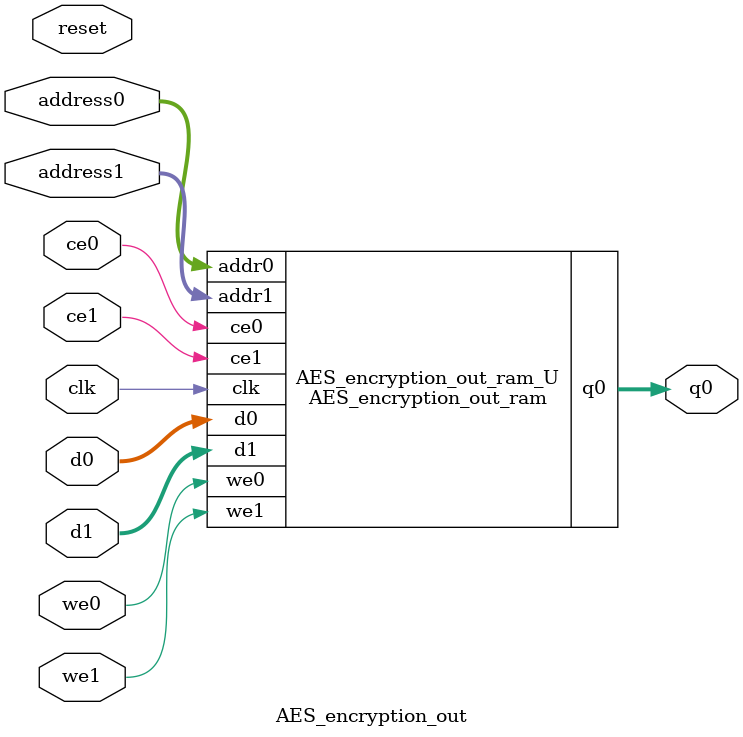
<source format=v>

`timescale 1 ns / 1 ps
module AES_encryption_out_ram (addr0, ce0, d0, we0, q0, addr1, ce1, d1, we1,  clk);

parameter DWIDTH = 8;
parameter AWIDTH = 4;
parameter MEM_SIZE = 16;

input[AWIDTH-1:0] addr0;
input ce0;
input[DWIDTH-1:0] d0;
input we0;
output reg[DWIDTH-1:0] q0;
input[AWIDTH-1:0] addr1;
input ce1;
input[DWIDTH-1:0] d1;
input we1;
input clk;

(* ram_style = "block" *)reg [DWIDTH-1:0] ram[MEM_SIZE-1:0];




always @(posedge clk)  
begin 
    if (ce0) 
    begin
        if (we0) 
        begin 
            ram[addr0] <= d0; 
            q0 <= d0;
        end 
        else 
            q0 <= ram[addr0];
    end
end


always @(posedge clk)  
begin 
    if (ce1) 
    begin
        if (we1) 
        begin 
            ram[addr1] <= d1; 
        end 
    end
end


endmodule


`timescale 1 ns / 1 ps
module AES_encryption_out(
    reset,
    clk,
    address0,
    ce0,
    we0,
    d0,
    q0,
    address1,
    ce1,
    we1,
    d1);

parameter DataWidth = 32'd8;
parameter AddressRange = 32'd16;
parameter AddressWidth = 32'd4;
input reset;
input clk;
input[AddressWidth - 1:0] address0;
input ce0;
input we0;
input[DataWidth - 1:0] d0;
output[DataWidth - 1:0] q0;
input[AddressWidth - 1:0] address1;
input ce1;
input we1;
input[DataWidth - 1:0] d1;



AES_encryption_out_ram AES_encryption_out_ram_U(
    .clk( clk ),
    .addr0( address0 ),
    .ce0( ce0 ),
    .d0( d0 ),
    .we0( we0 ),
    .q0( q0 ),
    .addr1( address1 ),
    .ce1( ce1 ),
    .d1( d1 ),
    .we1( we1 ));

endmodule


</source>
